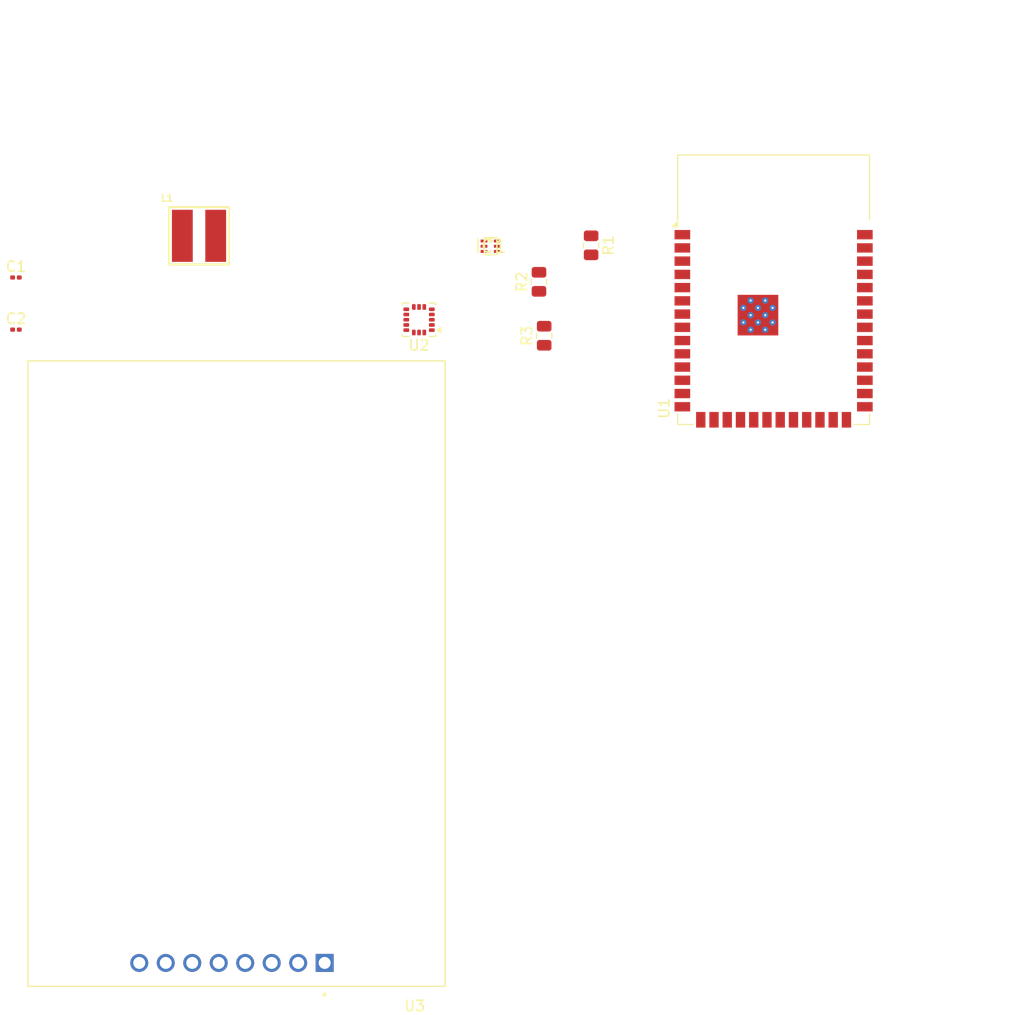
<source format=kicad_pcb>
(kicad_pcb (version 20241229) (generator "pcbnew") (generator_version "9.0")
  (title_block (title "Illumi-not-i Bike Safety System") (date "11/3/2025") (rev "4") (company "Portland State University") (comment 1 "A-Team"))
  (layers (0 "F.Cu" signal) (2 "B.Cu" signal) (13 "F.Paste" user) (15 "B.Paste" user) (5 "F.SilkS" user "F.Silkscreen") (7 "B.SilkS" user "B.Silkscreen") (1 "F.Mask" user) (3 "B.Mask" user) (25 "Edge.Cuts" user))
  (net 0 "")
  (net 5 "GND")
  (net 14 "Net-(U1-IO0)")
  (net 17 "/IRQ")
  (net 19 "/SCK")
  (net 29 "/SCL")
  (net 30 "/SDA")
  (net 31 "Net-(U1-EN)")
  (net 34 "/MOSI")
  (net 36 "Net-(IC1-SW)")
  (net 48 "Net-(IC1-VIN)")
  (net 49 "+5V")
  (net 50 "Net-(IC1-EN)")
  (net 51 "Net-(IC1-FB)")
  (footprint "Package_LGA:LGA-16_3x3mm_P0.5mm_LayoutBorder3x5y" (layer "F.Cu") (at 187 98.55 180)
    (property "Reference" "U2" (at 0 -2.45 0) (layer "F.SilkS"))
    (property "Value" "LIS3DH_Accelerator")
    (fp_line (start 1.61 1.61) (end 0.935 1.61) (stroke (width 0.12)) (layer "F.SilkS"))
    (fp_line (start 1.61 1.435) (end 1.61 1.61) (stroke (width 0.12)) (layer "F.SilkS"))
    (fp_line (start 1.61 -1.61) (end 1.61 -1.435) (stroke (width 0.12)) (layer "F.SilkS"))
    (fp_line (start 0.935 -1.61) (end 1.61 -1.61) (stroke (width 0.12)) (layer "F.SilkS"))
    (fp_line (start -0.935 1.61) (end -1.61 1.61) (stroke (width 0.12)) (layer "F.SilkS"))
    (fp_line (start -1.61 1.61) (end -1.61 1.435) (stroke (width 0.12)) (layer "F.SilkS"))
    (fp_line (start -1.61 -1.435) (end -1.61 -1.61) (stroke (width 0.12)) (layer "F.SilkS"))
    (fp_line (start -1.61 -1.61) (end -0.935 -1.61) (stroke (width 0.12)) (layer "F.SilkS"))
    (fp_poly (pts (xy -1.76 -1) (xy -2.09 -0.76) (xy -2.09 -1.24)) (stroke (width 0.12)) (fill yes) (layer "F.SilkS"))
    (pad "1" smd roundrect (at -1.225 -1 180) (size 0.55 0.35) (layers "F.Cu" "F.Mask" "F.Paste") (net 48 "Net-(IC1-VIN)"))
    (pad "2" smd roundrect (at -1.225 -0.5 180) (size 0.55 0.35) (layers "F.Cu" "F.Mask" "F.Paste"))
    (pad "3" smd roundrect (at -1.225 0 180) (size 0.55 0.35) (layers "F.Cu" "F.Mask" "F.Paste"))
    (pad "4" smd roundrect (at -1.225 0.5 180) (size 0.55 0.35) (layers "F.Cu" "F.Mask" "F.Paste") (net 29 "/SCL"))
    (pad "5" smd roundrect (at -1.225 1 180) (size 0.55 0.35) (layers "F.Cu" "F.Mask" "F.Paste") (net 5 "GND"))
    (pad "6" smd roundrect (at -0.5 1.225 180) (size 0.35 0.55) (layers "F.Cu" "F.Mask" "F.Paste") (net 30 "/SDA"))
    (pad "7" smd roundrect (at 0 1.225 180) (size 0.35 0.55) (layers "F.Cu" "F.Mask" "F.Paste") (net 5 "GND"))
    (pad "8" smd roundrect (at 0.5 1.225 180) (size 0.35 0.55) (layers "F.Cu" "F.Mask" "F.Paste"))
    (pad "9" smd roundrect (at 1.225 1 180) (size 0.55 0.35) (layers "F.Cu" "F.Mask" "F.Paste"))
    (pad "10" smd roundrect (at 1.225 0.5 180) (size 0.55 0.35) (layers "F.Cu" "F.Mask" "F.Paste") (net 5 "GND"))
    (pad "11" smd roundrect (at 1.225 0 180) (size 0.55 0.35) (layers "F.Cu" "F.Mask" "F.Paste"))
    (pad "12" smd roundrect (at 1.225 -0.5 180) (size 0.55 0.35) (layers "F.Cu" "F.Mask" "F.Paste") (net 5 "GND"))
    (pad "13" smd roundrect (at 1.225 -1 180) (size 0.55 0.35) (layers "F.Cu" "F.Mask" "F.Paste"))
    (pad "14" smd roundrect (at 0.5 -1.225 180) (size 0.35 0.55) (layers "F.Cu" "F.Mask" "F.Paste") (net 48 "Net-(IC1-VIN)"))
    (pad "15" smd roundrect (at 0 -1.225 180) (size 0.35 0.55) (layers "F.Cu" "F.Mask" "F.Paste"))
    (pad "16" smd roundrect (at -0.5 -1.225 180) (size 0.35 0.55) (layers "F.Cu" "F.Mask" "F.Paste"))
  )
  (footprint "RF_Module:ESP32-S3-WROOM-1" (layer "F.Cu") (at 221 95.65)
    (property "Reference" "U1" (at -10.5 11.4 90) (layer "F.SilkS"))
    (property "Value" "ESP32-S3-WROOM-1")
    (fp_line (start -9.2 -12.9) (end -9.2 -6.7) (stroke (width 0.12)) (layer "F.SilkS"))
    (fp_line (start -9.2 -12.9) (end 9.2 -12.9) (stroke (width 0.12)) (layer "F.SilkS"))
    (fp_line (start -9.2 11.95) (end -9.2 12.95) (stroke (width 0.12)) (layer "F.SilkS"))
    (fp_line (start -9.2 12.95) (end -7.7 12.95) (stroke (width 0.12)) (layer "F.SilkS"))
    (fp_line (start 9.2 -12.9) (end 9.2 -6.7) (stroke (width 0.12)) (layer "F.SilkS"))
    (fp_line (start 9.2 12.95) (end 7.7 12.95) (stroke (width 0.12)) (layer "F.SilkS"))
    (fp_line (start 9.2 12.95) (end 9.2 11.95) (stroke (width 0.12)) (layer "F.SilkS"))
    (fp_poly (pts (xy -9.2 -6.025) (xy -9.7 -6.025) (xy -9.2 -6.525) (xy -9.2 -6.025)) (stroke (width 0.12)) (fill yes) (layer "F.SilkS"))
    (pad "1" smd rect (at -8.75 -5.26) (size 1.5 0.9) (layers "F.Cu" "F.Mask" "F.Paste") (net 5 "GND"))
    (pad "2" smd rect (at -8.75 -3.99) (size 1.5 0.9) (layers "F.Cu" "F.Mask" "F.Paste") (net 48 "Net-(IC1-VIN)"))
    (pad "3" smd rect (at -8.75 -2.72) (size 1.5 0.9) (layers "F.Cu" "F.Mask" "F.Paste") (net 31 "Net-(U1-EN)"))
    (pad "4" smd rect (at -8.75 -1.45) (size 1.5 0.9) (layers "F.Cu" "F.Mask" "F.Paste"))
    (pad "5" smd rect (at -8.75 -0.18) (size 1.5 0.9) (layers "F.Cu" "F.Mask" "F.Paste"))
    (pad "6" smd rect (at -8.75 1.09) (size 1.5 0.9) (layers "F.Cu" "F.Mask" "F.Paste"))
    (pad "7" smd rect (at -8.75 2.36) (size 1.5 0.9) (layers "F.Cu" "F.Mask" "F.Paste"))
    (pad "8" smd rect (at -8.75 3.63) (size 1.5 0.9) (layers "F.Cu" "F.Mask" "F.Paste"))
    (pad "9" smd rect (at -8.75 4.9) (size 1.5 0.9) (layers "F.Cu" "F.Mask" "F.Paste"))
    (pad "10" smd rect (at -8.75 6.17) (size 1.5 0.9) (layers "F.Cu" "F.Mask" "F.Paste"))
    (pad "11" smd rect (at -8.75 7.44) (size 1.5 0.9) (layers "F.Cu" "F.Mask" "F.Paste"))
    (pad "12" smd rect (at -8.75 8.71) (size 1.5 0.9) (layers "F.Cu" "F.Mask" "F.Paste") (net 30 "/SDA"))
    (pad "13" smd rect (at -8.75 9.98) (size 1.5 0.9) (layers "F.Cu" "F.Mask" "F.Paste"))
    (pad "14" smd rect (at -8.75 11.25 180) (size 1.5 0.9) (layers "F.Cu" "F.Mask" "F.Paste"))
    (pad "15" smd rect (at -6.985 12.5 270) (size 1.5 0.9) (layers "F.Cu" "F.Mask" "F.Paste"))
    (pad "16" smd rect (at -5.715 12.5 270) (size 1.5 0.9) (layers "F.Cu" "F.Mask" "F.Paste"))
    (pad "17" smd rect (at -4.445 12.5 270) (size 1.5 0.9) (layers "F.Cu" "F.Mask" "F.Paste") (net 29 "/SCL"))
    (pad "18" smd rect (at -3.175 12.5 270) (size 1.5 0.9) (layers "F.Cu" "F.Mask" "F.Paste"))
    (pad "19" smd rect (at -1.905 12.5 270) (size 1.5 0.9) (layers "F.Cu" "F.Mask" "F.Paste") (net 34 "/MOSI"))
    (pad "20" smd rect (at -0.635 12.5 270) (size 1.5 0.9) (layers "F.Cu" "F.Mask" "F.Paste") (net 19 "/SCK"))
    (pad "21" smd rect (at 0.635 12.5 270) (size 1.5 0.9) (layers "F.Cu" "F.Mask" "F.Paste") (net 17 "/IRQ"))
    (pad "22" smd rect (at 1.905 12.5 270) (size 1.5 0.9) (layers "F.Cu" "F.Mask" "F.Paste"))
    (pad "23" smd rect (at 3.175 12.5 270) (size 1.5 0.9) (layers "F.Cu" "F.Mask" "F.Paste"))
    (pad "24" smd rect (at 4.445 12.5 270) (size 1.5 0.9) (layers "F.Cu" "F.Mask" "F.Paste"))
    (pad "25" smd rect (at 5.715 12.5 270) (size 1.5 0.9) (layers "F.Cu" "F.Mask" "F.Paste"))
    (pad "26" smd rect (at 6.985 12.5 270) (size 1.5 0.9) (layers "F.Cu" "F.Mask" "F.Paste"))
    (pad "27" smd rect (at 8.75 11.25) (size 1.5 0.9) (layers "F.Cu" "F.Mask" "F.Paste") (net 14 "Net-(U1-IO0)"))
    (pad "28" smd rect (at 8.75 9.98) (size 1.5 0.9) (layers "F.Cu" "F.Mask" "F.Paste"))
    (pad "29" smd rect (at 8.75 8.71) (size 1.5 0.9) (layers "F.Cu" "F.Mask" "F.Paste"))
    (pad "30" smd rect (at 8.75 7.44) (size 1.5 0.9) (layers "F.Cu" "F.Mask" "F.Paste"))
    (pad "31" smd rect (at 8.75 6.17) (size 1.5 0.9) (layers "F.Cu" "F.Mask" "F.Paste"))
    (pad "32" smd rect (at 8.75 4.9) (size 1.5 0.9) (layers "F.Cu" "F.Mask" "F.Paste"))
    (pad "33" smd rect (at 8.75 3.63) (size 1.5 0.9) (layers "F.Cu" "F.Mask" "F.Paste"))
    (pad "34" smd rect (at 8.75 2.36) (size 1.5 0.9) (layers "F.Cu" "F.Mask" "F.Paste"))
    (pad "35" smd rect (at 8.75 1.09) (size 1.5 0.9) (layers "F.Cu" "F.Mask" "F.Paste"))
    (pad "36" smd rect (at 8.75 -0.18) (size 1.5 0.9) (layers "F.Cu" "F.Mask" "F.Paste"))
    (pad "37" smd rect (at 8.75 -1.45) (size 1.5 0.9) (layers "F.Cu" "F.Mask" "F.Paste"))
    (pad "38" smd rect (at 8.75 -2.72) (size 1.5 0.9) (layers "F.Cu" "F.Mask" "F.Paste"))
    (pad "39" smd rect (at 8.75 -3.99) (size 1.5 0.9) (layers "F.Cu" "F.Mask" "F.Paste"))
    (pad "40" smd rect (at 8.75 -5.26) (size 1.5 0.9) (layers "F.Cu" "F.Mask" "F.Paste") (net 5 "GND"))
    (pad "41" thru_hole circle (at -2.9 1.76 90) (size 0.6 0.6) (drill 0.2) (property pad_prop_heatsink) (layers "*.Cu" "F.Mask") (net 5 "GND"))
    (pad "41" thru_hole circle (at -2.9 3.16) (size 0.6 0.6) (drill 0.2) (property pad_prop_heatsink) (layers "*.Cu" "F.Mask") (net 5 "GND"))
    (pad "41" thru_hole circle (at -2.2 1.06) (size 0.6 0.6) (drill 0.2) (property pad_prop_heatsink) (layers "*.Cu" "F.Mask") (net 5 "GND"))
    (pad "41" thru_hole circle (at -2.2 2.46) (size 0.6 0.6) (drill 0.2) (property pad_prop_heatsink) (layers "*.Cu" "F.Mask") (net 5 "GND"))
    (pad "41" thru_hole circle (at -2.2 3.86) (size 0.6 0.6) (drill 0.2) (property pad_prop_heatsink) (layers "*.Cu" "F.Mask") (net 5 "GND"))
    (pad "41" thru_hole circle (at -1.5 1.76) (size 0.6 0.6) (drill 0.2) (property pad_prop_heatsink) (layers "*.Cu" "F.Mask") (net 5 "GND"))
    (pad "41" smd rect (at -1.5 2.46 270) (size 3.9 3.9) (property pad_prop_heatsink) (layers "F.Cu" "F.Mask") (net 5 "GND"))
    (pad "41" thru_hole circle (at -1.5 3.16) (size 0.6 0.6) (drill 0.2) (property pad_prop_heatsink) (layers "*.Cu" "F.Mask") (net 5 "GND"))
    (pad "41" thru_hole circle (at -0.8 1.06) (size 0.6 0.6) (drill 0.2) (property pad_prop_heatsink) (layers "*.Cu" "F.Mask") (net 5 "GND"))
    (pad "41" thru_hole circle (at -0.8 2.46) (size 0.6 0.6) (drill 0.2) (property pad_prop_heatsink) (layers "*.Cu" "F.Mask") (net 5 "GND"))
    (pad "41" thru_hole circle (at -0.8 3.86) (size 0.6 0.6) (drill 0.2) (property pad_prop_heatsink) (layers "*.Cu" "F.Mask") (net 5 "GND"))
    (pad "41" thru_hole circle (at -0.1 1.76) (size 0.6 0.6) (drill 0.2) (property pad_prop_heatsink) (layers "*.Cu" "F.Mask") (net 5 "GND"))
    (pad "41" thru_hole circle (at -0.1 3.16) (size 0.6 0.6) (drill 0.2) (property pad_prop_heatsink) (layers "*.Cu" "F.Mask") (net 5 "GND"))
  )
  (footprint "Capacitor_SMD:C_0201_0603Metric" (layer "F.Cu") (at 148.345 94.5)
    (property "Reference" "C1" (at 0 -1.05 0) (layer "F.SilkS"))
    (property "Value" "10u")
    (pad "1" smd roundrect (at -0.32 0) (size 0.46 0.4) (layers "F.Cu" "F.Mask") (net 48 "Net-(IC1-VIN)"))
    (pad "2" smd roundrect (at 0.32 0) (size 0.46 0.4) (layers "F.Cu" "F.Mask") (net 5 "GND"))
  )
  (footprint "Adafruit TPS61023:SOT563" (layer "F.Cu") (at 193.865 91.5)
    (property "Reference" "IC1" (at 0 0 0) (layer "F.SilkS") (effects (font (size 1.27 1.27))))
    (property "Value" "TPS61023_Boost_Converter")
    (fp_line (start -0.6 -0.8) (end 0.6 -0.8) (stroke (width 0.1524)) (layer "F.SilkS"))
    (fp_line (start -0.6 0.8) (end -0.6 -0.8) (stroke (width 0.1524)) (layer "F.SilkS"))
    (fp_line (start 0.6 -0.8) (end 0.6 0.8) (stroke (width 0.1524)) (layer "F.SilkS"))
    (fp_line (start 0.6 0.8) (end -0.6 0.8) (stroke (width 0.1524)) (layer "F.SilkS"))
    (fp_circle (center 0 -0.5) (end 0.141418 -0.5) (stroke (width 0.1524)) (fill no) (layer "F.SilkS"))
    (pad "1" smd rect (at -0.635 -0.5) (size 0.65 0.275) (layers "F.Cu" "F.Mask" "F.Paste") (net 51 "Net-(IC1-FB)"))
    (pad "2" smd rect (at -0.635 0) (size 0.65 0.275) (layers "F.Cu" "F.Mask" "F.Paste") (net 50 "Net-(IC1-EN)"))
    (pad "3" smd rect (at -0.635 0.5) (size 0.65 0.275) (layers "F.Cu" "F.Mask" "F.Paste") (net 48 "Net-(IC1-VIN)"))
    (pad "4" smd rect (at 0.635 0.5) (size 0.65 0.275) (layers "F.Cu" "F.Mask" "F.Paste") (net 5 "GND"))
    (pad "5" smd rect (at 0.635 0) (size 0.65 0.275) (layers "F.Cu" "F.Mask" "F.Paste") (net 36 "Net-(IC1-SW)"))
    (pad "6" smd rect (at 0.635 -0.5) (size 0.65 0.275) (layers "F.Cu" "F.Mask" "F.Paste") (net 49 "+5V"))
  )
  (footprint "Resistor_SMD:R_0805_2012Metric" (layer "F.Cu") (at 199 100.0875 90)
    (property "Reference" "R3" (at 0 -1.65 90) (layer "F.SilkS"))
    (property "Value" "100k")
    (fp_line (start -0.227064 -0.735) (end 0.227064 -0.735) (stroke (width 0.12)) (layer "F.SilkS"))
    (fp_line (start -0.227064 0.735) (end 0.227064 0.735) (stroke (width 0.12)) (layer "F.SilkS"))
    (pad "1" smd roundrect (at -0.9125 0 90) (size 1.025 1.4) (layers "F.Cu" "F.Mask" "F.Paste") (roundrect_rratio 0.243902) (net 51 "Net-(IC1-FB)"))
    (pad "2" smd roundrect (at 0.9125 0 90) (size 1.025 1.4) (layers "F.Cu" "F.Mask" "F.Paste") (roundrect_rratio 0.243902) (net 5 "GND"))
  )
  (footprint "CEG006900:MODULE_CEG006900" (layer "F.Cu") (at 169.5 132.5 180)
    (property "Reference" "U3" (at -17.075 -31.885 0) (layer "F.SilkS"))
    (property "Value" "RF522_RFID")
    (fp_line (start 20 30) (end -20 30) (stroke (width 0.127)) (layer "F.SilkS"))
    (fp_line (start 20 -30) (end 20 30) (stroke (width 0.127)) (layer "F.SilkS"))
    (fp_line (start -20 30) (end -20 -30) (stroke (width 0.127)) (layer "F.SilkS"))
    (fp_line (start -20 -30) (end 20 -30) (stroke (width 0.127)) (layer "F.SilkS"))
    (fp_circle (center -8.431 -30.808) (end -8.331 -30.808) (stroke (width 0.2)) (fill no) (layer "F.SilkS"))
    (pad "" np_thru_hole circle (at -17.5 -14 180) (size 2.5 2.5) (drill 2.5) (layers "*.Cu" "*.Mask"))
    (pad "" np_thru_hole circle (at -14 24 180) (size 2.5 2.5) (drill 2.5) (layers "*.Cu" "*.Mask"))
    (pad "" np_thru_hole circle (at 14 24 180) (size 2.5 2.5) (drill 2.5) (layers "*.Cu" "*.Mask"))
    (pad "" np_thru_hole circle (at 17.5 -14 180) (size 2.5 2.5) (drill 2.5) (layers "*.Cu" "*.Mask"))
    (pad "1" thru_hole rect (at -8.45 -27.76 180) (size 1.725 1.725) (drill 1.15) (layers "*.Cu" "*.Mask") (net 48 "Net-(IC1-VIN)"))
    (pad "2" thru_hole circle (at -5.91 -27.76 180) (size 1.725 1.725) (drill 1.15) (layers "*.Cu" "*.Mask") (net 14 "Net-(U1-IO0)"))
    (pad "3" thru_hole circle (at -3.37 -27.76 180) (size 1.725 1.725) (drill 1.15) (layers "*.Cu" "*.Mask") (net 5 "GND"))
    (pad "4" thru_hole circle (at -0.83 -27.76 180) (size 1.725 1.725) (drill 1.15) (layers "*.Cu" "*.Mask") (net 17 "/IRQ"))
    (pad "5" thru_hole circle (at 1.71 -27.76 180) (size 1.725 1.725) (drill 1.15) (layers "*.Cu" "*.Mask") (net 29 "/SCL"))
    (pad "6" thru_hole circle (at 4.25 -27.76 180) (size 1.725 1.725) (drill 1.15) (layers "*.Cu" "*.Mask") (net 34 "/MOSI"))
    (pad "7" thru_hole circle (at 6.79 -27.76 180) (size 1.725 1.725) (drill 1.15) (layers "*.Cu" "*.Mask") (net 19 "/SCK"))
    (pad "8" thru_hole circle (at 9.33 -27.76 180) (size 1.725 1.725) (drill 1.15) (layers "*.Cu" "*.Mask") (net 30 "/SDA"))
  )
  (footprint "Adafruit TPS61023:INDUCTOR_5X5MM_TDK_VLC5045" (layer "F.Cu") (at 165.9 90.5)
    (property "Reference" "L1" (at -3.746 -3.246 0) (layer "F.SilkS") (effects (font (size 0.666496 0.666496) (thickness 0.146304)) (justify left bottom)))
    (property "Value" "1u")
    (fp_line (start -2.85 -2.75) (end 2.85 -2.75) (stroke (width 0.2032)) (layer "F.SilkS"))
    (fp_line (start -2.85 2.75) (end -2.85 -2.75) (stroke (width 0.2032)) (layer "F.SilkS"))
    (fp_line (start 2.85 -2.75) (end 2.85 2.75) (stroke (width 0.2032)) (layer "F.SilkS"))
    (fp_line (start 2.85 2.75) (end -2.85 2.75) (stroke (width 0.2032)) (layer "F.SilkS"))
    (pad "P$1" smd rect (at -1.6 0) (size 2 5) (layers "F.Cu" "F.Mask" "F.Paste") (net 48 "Net-(IC1-VIN)"))
    (pad "P$2" smd rect (at 1.6 0) (size 2 5) (layers "F.Cu" "F.Mask" "F.Paste") (net 36 "Net-(IC1-SW)"))
  )
  (footprint "Capacitor_SMD:C_0201_0603Metric" (layer "F.Cu") (at 148.345 99.5)
    (property "Reference" "C2" (at 0 -1.05 0) (layer "F.SilkS"))
    (property "Value" "44u")
    (pad "1" smd roundrect (at -0.32 0) (size 0.46 0.4) (layers "F.Cu" "F.Mask") (net 49 "+5V"))
    (pad "2" smd roundrect (at 0.32 0) (size 0.46 0.4) (layers "F.Cu" "F.Mask") (net 5 "GND"))
  )
  (footprint "Resistor_SMD:R_0805_2012Metric" (layer "F.Cu") (at 203.5 91.4125 -90)
    (property "Reference" "R1" (at 0 -1.65 90) (layer "F.SilkS"))
    (property "Value" "10k")
    (fp_line (start -0.227064 0.735) (end 0.227064 0.735) (stroke (width 0.12)) (layer "F.SilkS"))
    (fp_line (start -0.227064 -0.735) (end 0.227064 -0.735) (stroke (width 0.12)) (layer "F.SilkS"))
    (pad "1" smd roundrect (at -0.9125 0 270) (size 1.025 1.4) (layers "F.Cu" "F.Mask" "F.Paste") (roundrect_rratio 0.243902) (net 50 "Net-(IC1-EN)"))
    (pad "2" smd roundrect (at 0.9125 0 270) (size 1.025 1.4) (layers "F.Cu" "F.Mask" "F.Paste") (roundrect_rratio 0.243902) (net 31 "Net-(U1-EN)"))
  )
  (footprint "Resistor_SMD:R_0805_2012Metric" (layer "F.Cu") (at 198.5 94.9125 90)
    (property "Reference" "R2" (at 0 -1.65 90) (layer "F.SilkS"))
    (property "Value" "732k")
    (fp_line (start -0.227064 -0.735) (end 0.227064 -0.735) (stroke (width 0.12)) (layer "F.SilkS"))
    (fp_line (start -0.227064 0.735) (end 0.227064 0.735) (stroke (width 0.12)) (layer "F.SilkS"))
    (pad "1" smd roundrect (at -0.9125 0 90) (size 1.025 1.4) (layers "F.Cu" "F.Mask" "F.Paste") (roundrect_rratio 0.243902) (net 49 "+5V"))
    (pad "2" smd roundrect (at 0.9125 0 90) (size 1.025 1.4) (layers "F.Cu" "F.Mask" "F.Paste") (roundrect_rratio 0.243902) (net 51 "Net-(IC1-FB)"))
  )
)
</source>
